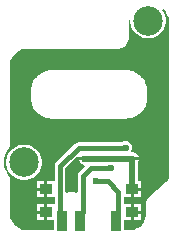
<source format=gtl>
G04*
G04 #@! TF.GenerationSoftware,Altium Limited,Altium Designer,22.0.2 (36)*
G04*
G04 Layer_Physical_Order=1*
G04 Layer_Color=255*
%FSLAX25Y25*%
%MOIN*%
G70*
G04*
G04 #@! TF.SameCoordinates,C39F9318-1882-4917-9D17-B6DD066E8D87*
G04*
G04*
G04 #@! TF.FilePolarity,Positive*
G04*
G01*
G75*
%ADD12R,0.02835X0.05984*%
%ADD13R,0.04016X0.03228*%
%ADD19C,0.01500*%
%ADD20C,0.02000*%
%ADD21R,0.03500X0.06900*%
%ADD22C,0.09843*%
%ADD23C,0.02362*%
G36*
X47147Y50266D02*
X47735Y49210D01*
X48136Y48069D01*
X48340Y46877D01*
X48340Y46408D01*
X48324Y45970D01*
X48322Y45908D01*
X48322Y45906D01*
X48322D01*
X48322Y45416D01*
X48322Y-4698D01*
Y-4922D01*
X48228Y-5361D01*
X48044Y-5769D01*
X47930Y-5924D01*
X47649Y-6238D01*
X47610Y-6280D01*
X47610Y-6281D01*
X47610Y-6281D01*
X47249Y-6601D01*
X41659Y-11562D01*
X41295Y-11884D01*
X41293Y-11886D01*
X41293Y-11886D01*
X41172Y-12005D01*
X40970Y-12278D01*
X40829Y-12587D01*
X40754Y-12918D01*
Y-12918D01*
X40743Y-13087D01*
X40758Y-13171D01*
X40758Y-13171D01*
X40758Y-17016D01*
X40737Y-17197D01*
X40736Y-17200D01*
Y-17200D01*
X40728Y-17213D01*
X40699Y-17514D01*
X40637Y-18023D01*
X40338Y-19001D01*
X39874Y-19912D01*
X39260Y-20729D01*
X38514Y-21429D01*
X37659Y-21988D01*
X36719Y-22391D01*
X35724Y-22626D01*
X35213Y-22655D01*
X35205Y-22658D01*
X35188Y-22661D01*
X35172Y-22664D01*
X35155Y-22665D01*
X33320D01*
Y-19201D01*
X35504D01*
Y-16587D01*
Y-13972D01*
X33184D01*
Y-11602D01*
X35504D01*
Y-8988D01*
X36004D01*
Y-8488D01*
X39012D01*
Y-6374D01*
X38043D01*
Y421D01*
X38158Y698D01*
X36004D01*
Y1698D01*
X38158D01*
X37854Y2434D01*
X37240Y3047D01*
X36438Y3379D01*
X36031D01*
X36007Y3397D01*
X35738Y3880D01*
X35981Y4466D01*
Y5334D01*
X35649Y6135D01*
X35035Y6749D01*
X34234Y7081D01*
X33366D01*
X32564Y6749D01*
X32500Y6684D01*
X18200D01*
X18200Y6684D01*
X17517Y6549D01*
X16938Y6162D01*
X10748Y-28D01*
X10361Y-607D01*
X10226Y-1290D01*
Y-6374D01*
X7764D01*
Y-8988D01*
Y-11602D01*
X10226D01*
Y-13972D01*
X7764D01*
Y-16587D01*
Y-19201D01*
X9980D01*
Y-22665D01*
X530D01*
X-603Y-22440D01*
X-1670Y-21998D01*
X-2631Y-21356D01*
X-3040Y-20948D01*
X-3041Y-20947D01*
X-3041Y-20947D01*
X-3371Y-20617D01*
X-3450Y-20538D01*
X-4092Y-19577D01*
X-4534Y-18509D01*
X-4760Y-17375D01*
X-4760Y-16796D01*
X-4760Y-16794D01*
X-4760Y-16794D01*
X-4760Y-5554D01*
X-4765Y-5423D01*
X-4807Y-5165D01*
X-4863Y-4995D01*
X-4889Y-4916D01*
X-4890Y-4916D01*
X-5010Y-4684D01*
X-5084Y-4576D01*
X-5084Y-4576D01*
X-5084Y-4576D01*
X-5352Y-4196D01*
X-5394Y-4133D01*
X-5508Y-3950D01*
X-5563Y-3857D01*
X-5563Y-3857D01*
X-5564Y-3856D01*
X-5564Y-3855D01*
X-5854Y-3362D01*
X-6282Y-2302D01*
X-6551Y-1192D01*
X-6656Y-53D01*
X-6592Y1088D01*
X-6363Y2208D01*
X-5972Y3282D01*
X-5429Y4287D01*
X-5086Y4747D01*
X-5011Y4855D01*
X-4890Y5088D01*
X-4807Y5336D01*
X-4765Y5595D01*
X-4760Y5727D01*
X-4760D01*
Y5728D01*
X-4760Y5730D01*
Y31978D01*
X-4760Y32556D01*
X-4534Y33689D01*
X-4092Y34757D01*
X-3450Y35718D01*
X-3040Y36128D01*
X-3040Y36129D01*
X-2631Y36537D01*
X-1670Y37178D01*
X-603Y37620D01*
X530Y37845D01*
X1108Y37845D01*
X1124Y37845D01*
X1155Y37841D01*
X1185Y37833D01*
X1214Y37821D01*
X1228Y37813D01*
X1228Y37813D01*
X31743Y37936D01*
X32044Y37988D01*
X32627Y38169D01*
X33170Y38448D01*
X33656Y38816D01*
X34071Y39264D01*
X34402Y39776D01*
X34640Y40338D01*
X34777Y40933D01*
X34806Y41237D01*
X34806Y41237D01*
X34860Y45956D01*
X34857Y45963D01*
X34854Y45979D01*
X34851Y45994D01*
X34849Y46010D01*
X34824Y46610D01*
X34918Y47366D01*
X35418Y47335D01*
Y46661D01*
X35645Y45517D01*
X36092Y44439D01*
X36740Y43470D01*
X37564Y42645D01*
X38534Y41997D01*
X39612Y41550D01*
X40756Y41323D01*
X41922D01*
X43066Y41550D01*
X44144Y41997D01*
X45114Y42645D01*
X45938Y43470D01*
X46586Y44439D01*
X47033Y45517D01*
X47260Y46661D01*
Y47827D01*
X47033Y48971D01*
X46586Y50049D01*
X46118Y50750D01*
X46522Y51046D01*
X47147Y50266D01*
D02*
G37*
G36*
X18109Y1726D02*
X20376D01*
Y726D01*
X18222D01*
X18527Y-9D01*
X19140Y-623D01*
X19942Y-955D01*
X20068D01*
X20260Y-1417D01*
X18338Y-3338D01*
X17952Y-3917D01*
X17816Y-4600D01*
Y-9998D01*
X17316Y-10276D01*
X16874Y-10021D01*
X16119Y-9819D01*
X15337D01*
X14583Y-10021D01*
X14294Y-10188D01*
X13794Y-9899D01*
Y-2029D01*
X17774Y1950D01*
X18109Y1726D01*
D02*
G37*
%LPC*%
G36*
X9292Y30666D02*
X9292Y30666D01*
X8699Y30666D01*
X8600Y30646D01*
X8500D01*
X7336Y30415D01*
X7243Y30376D01*
X7145Y30357D01*
X6048Y29903D01*
X5965Y29847D01*
X5872Y29809D01*
X4886Y29149D01*
X4815Y29078D01*
X4731Y29023D01*
X4312Y28603D01*
X4312Y28603D01*
X4311Y28603D01*
X3892Y28183D01*
X3836Y28100D01*
X3765Y28029D01*
X3106Y27042D01*
X3068Y26950D01*
X3012Y26866D01*
X2558Y25770D01*
X2538Y25671D01*
X2500Y25579D01*
X2268Y24415D01*
Y24315D01*
X2249Y24216D01*
X2249Y23623D01*
Y21654D01*
X2249Y21061D01*
X2268Y20962D01*
Y20862D01*
X2500Y19698D01*
X2538Y19605D01*
X2558Y19507D01*
X3012Y18411D01*
X3068Y18327D01*
X3106Y18235D01*
X3765Y17248D01*
X3836Y17177D01*
X3892Y17093D01*
X4311Y16674D01*
X4312Y16674D01*
X4312Y16674D01*
X4731Y16254D01*
X4814Y16198D01*
X4885Y16127D01*
X5872Y15468D01*
X5965Y15430D01*
X6048Y15374D01*
X7145Y14920D01*
X7243Y14900D01*
X7336Y14862D01*
X8500Y14631D01*
X8600D01*
X8699Y14611D01*
X9292Y14611D01*
X34016Y14611D01*
X34054Y14611D01*
X34061Y14612D01*
X34068Y14611D01*
X34144Y14612D01*
X34151Y14613D01*
X34157Y14612D01*
X34234Y14614D01*
X34240Y14616D01*
X34247Y14615D01*
X34324Y14617D01*
X34330Y14619D01*
X34337Y14618D01*
X34375Y14620D01*
X34376Y14620D01*
X34376Y14620D01*
X34903Y14647D01*
X34989Y14669D01*
X35079Y14672D01*
X36107Y14908D01*
X36188Y14944D01*
X36276Y14962D01*
X37247Y15373D01*
X37321Y15424D01*
X37404Y15457D01*
X38289Y16030D01*
X38353Y16093D01*
X38429Y16140D01*
X39201Y16858D01*
X39254Y16931D01*
X39320Y16990D01*
X39956Y17832D01*
X39995Y17912D01*
X40050Y17983D01*
X40530Y18922D01*
X40554Y19008D01*
X40596Y19087D01*
X40905Y20095D01*
X40914Y20184D01*
X40943Y20269D01*
X41007Y20792D01*
X41007Y20793D01*
X41007Y20794D01*
X41014Y20846D01*
X41013Y20855D01*
X41016Y20864D01*
X41027Y20968D01*
X41026Y20977D01*
X41028Y20986D01*
X41037Y21091D01*
X41036Y21100D01*
X41039Y21109D01*
X41046Y21214D01*
X41045Y21223D01*
X41047Y21231D01*
X41050Y21284D01*
X41050Y21284D01*
X41052Y21324D01*
X41051Y21330D01*
X41053Y21337D01*
X41056Y21416D01*
X41055Y21423D01*
X41056Y21429D01*
X41058Y21509D01*
X41057Y21515D01*
X41058Y21522D01*
X41059Y21601D01*
X41058Y21608D01*
X41059Y21615D01*
X41059Y21654D01*
X41059Y23623D01*
X41059Y23623D01*
X41059Y24216D01*
X41040Y24315D01*
Y24415D01*
X40808Y25579D01*
X40770Y25671D01*
X40750Y25770D01*
X40296Y26866D01*
X40241Y26950D01*
X40202Y27042D01*
X39543Y28029D01*
X39472Y28100D01*
X39416Y28183D01*
X38997Y28603D01*
X38997Y28603D01*
X38997Y28603D01*
X38577Y29023D01*
X38494Y29078D01*
X38423Y29149D01*
X37436Y29809D01*
X37343Y29847D01*
X37260Y29903D01*
X36163Y30357D01*
X36065Y30376D01*
X35972Y30415D01*
X34808Y30646D01*
X34708D01*
X34610Y30666D01*
X34016Y30666D01*
X9292Y30666D01*
D02*
G37*
G36*
X583Y5921D02*
X-583D01*
X-1727Y5694D01*
X-2805Y5247D01*
X-3775Y4599D01*
X-4599Y3775D01*
X-5247Y2805D01*
X-5694Y1727D01*
X-5921Y583D01*
Y-583D01*
X-5694Y-1727D01*
X-5247Y-2805D01*
X-4599Y-3775D01*
X-3775Y-4599D01*
X-2805Y-5247D01*
X-1727Y-5694D01*
X-583Y-5921D01*
X583D01*
X1727Y-5694D01*
X2805Y-5247D01*
X3775Y-4599D01*
X4599Y-3775D01*
X5247Y-2805D01*
X5694Y-1727D01*
X5921Y-583D01*
Y583D01*
X5694Y1727D01*
X5247Y2805D01*
X4599Y3775D01*
X3775Y4599D01*
X2805Y5247D01*
X1727Y5694D01*
X583Y5921D01*
D02*
G37*
G36*
X6764Y-6374D02*
X4256D01*
Y-8488D01*
X6764D01*
Y-6374D01*
D02*
G37*
G36*
X39012Y-9488D02*
X36504D01*
Y-11602D01*
X39012D01*
Y-9488D01*
D02*
G37*
G36*
X6764D02*
X4256D01*
Y-11602D01*
X6764D01*
Y-9488D01*
D02*
G37*
G36*
X39012Y-13972D02*
X36504D01*
Y-16087D01*
X39012D01*
Y-13972D01*
D02*
G37*
G36*
X6764D02*
X4256D01*
Y-16087D01*
X6764D01*
Y-13972D01*
D02*
G37*
G36*
X39012Y-17087D02*
X36504D01*
Y-19201D01*
X39012D01*
Y-17087D01*
D02*
G37*
G36*
X6764D02*
X4256D01*
Y-19201D01*
X6764D01*
Y-17087D01*
D02*
G37*
%LPD*%
D12*
X30492Y-19677D02*
D03*
X12776D02*
D03*
X18681D02*
D03*
D13*
X7264Y-8988D02*
D03*
Y-16587D02*
D03*
X36004Y-8988D02*
D03*
Y-16587D02*
D03*
D19*
X23933Y-6202D02*
X27802D01*
X31400Y-16556D02*
Y-9800D01*
X27802Y-6202D02*
X31400Y-9800D01*
X19348Y-17435D02*
Y-16808D01*
X19600Y-16556D02*
Y-4600D01*
X22296Y-1904D01*
X18681Y-18102D02*
X19348Y-17435D01*
Y-16808D02*
X19600Y-16556D01*
X18681Y-19677D02*
Y-18102D01*
X22296Y-1904D02*
X28854D01*
X12010Y-16556D02*
Y-1290D01*
X18200Y4900D02*
X33800D01*
X12010Y-1290D02*
X18200Y4900D01*
X12010Y-16556D02*
X12108Y-16655D01*
Y-19010D02*
X12776Y-19677D01*
X31159Y-19010D02*
Y-16797D01*
D20*
X20427Y1277D02*
X35827D01*
X35916Y1268D02*
X35925Y1277D01*
X35837Y1268D02*
X35916D01*
X36004Y-8988D02*
Y1198D01*
X35827Y1277D02*
X35837Y1268D01*
D21*
X30550Y-19550D02*
D03*
X12750D02*
D03*
X18650D02*
D03*
D22*
X41339Y47244D02*
D03*
X0Y0D02*
D03*
D23*
X20376Y1226D02*
D03*
X28854Y-1904D02*
D03*
X23933Y-6202D02*
D03*
X36004Y1198D02*
D03*
X33800Y4900D02*
D03*
M02*

</source>
